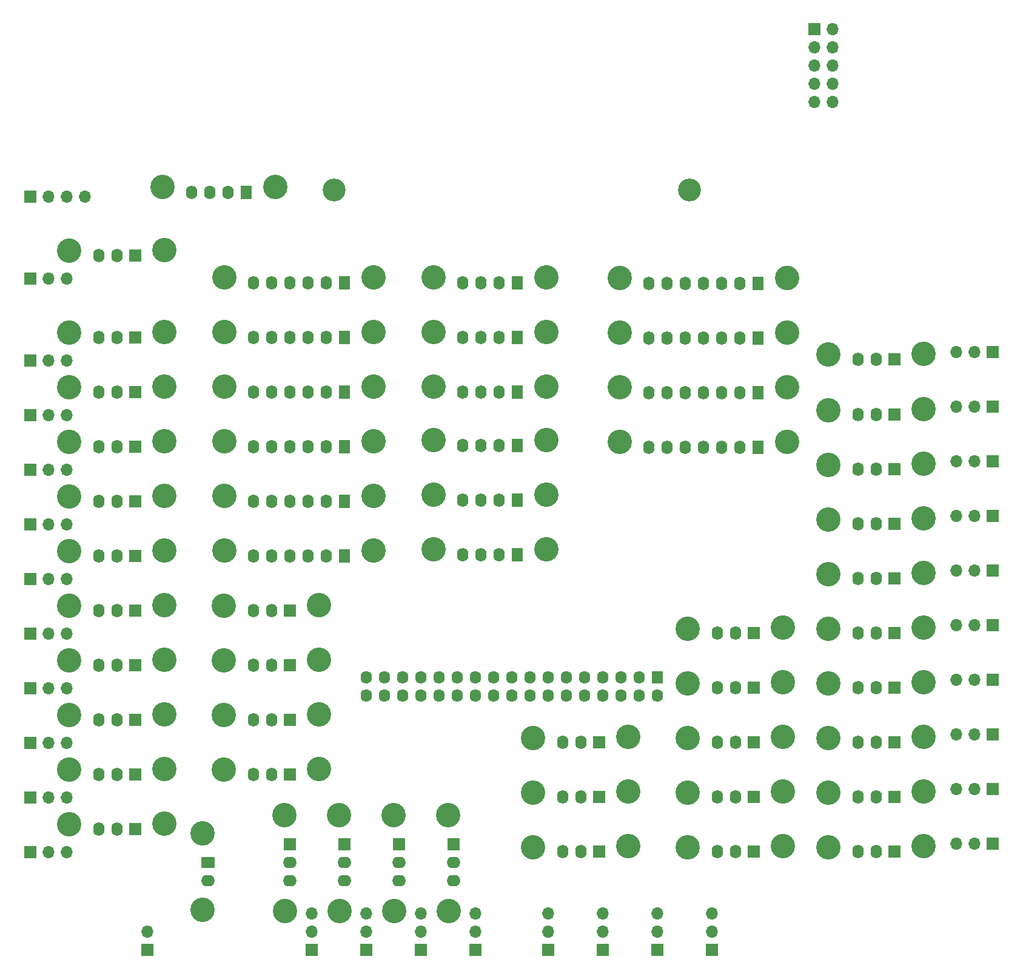
<source format=gbr>
%TF.GenerationSoftware,KiCad,Pcbnew,7.0.10-7.0.10~ubuntu22.04.1*%
%TF.CreationDate,2024-01-21T09:53:33-08:00*%
%TF.ProjectId,RRIB2,52524942-322e-46b6-9963-61645f706362,V1.0*%
%TF.SameCoordinates,PX4fefde0PYc90dba0*%
%TF.FileFunction,Soldermask,Bot*%
%TF.FilePolarity,Negative*%
%FSLAX46Y46*%
G04 Gerber Fmt 4.6, Leading zero omitted, Abs format (unit mm)*
G04 Created by KiCad (PCBNEW 7.0.10-7.0.10~ubuntu22.04.1) date 2024-01-21 09:53:33*
%MOMM*%
%LPD*%
G01*
G04 APERTURE LIST*
%ADD10C,3.403600*%
%ADD11R,1.600200X1.905000*%
%ADD12O,1.600200X1.905000*%
%ADD13R,1.651000X1.778000*%
%ADD14R,1.905000X1.600200*%
%ADD15O,1.905000X1.600200*%
%ADD16R,1.778000X1.651000*%
%ADD17C,3.200000*%
%ADD18R,1.700000X1.700000*%
%ADD19O,1.700000X1.700000*%
%ADD20R,1.600200X1.778000*%
%ADD21O,1.600200X1.778000*%
G04 APERTURE END LIST*
D10*
%TO.C,J79*%
X104775000Y-100965000D03*
X120523000Y-100965000D03*
D11*
X116459000Y-101727000D03*
D12*
X113919000Y-101727000D03*
X111379000Y-101727000D03*
X108839000Y-101727000D03*
%TD*%
D10*
%TO.C,J6*%
X91701000Y-159358000D03*
X105029000Y-159258000D03*
D13*
X100965000Y-160020000D03*
D12*
X98425000Y-160020000D03*
X95885000Y-160020000D03*
%TD*%
D10*
%TO.C,J81*%
X168656000Y-121285000D03*
X192024000Y-121285000D03*
D11*
X187960000Y-122047000D03*
D12*
X185420000Y-122047000D03*
X182880000Y-122047000D03*
X180340000Y-122047000D03*
X177800000Y-122047000D03*
X175260000Y-122047000D03*
X172720000Y-122047000D03*
%TD*%
D10*
%TO.C,J66*%
X197746000Y-193013000D03*
X211074000Y-192913000D03*
D13*
X207010000Y-193675000D03*
D12*
X204470000Y-193675000D03*
X201930000Y-193675000D03*
%TD*%
D10*
%TO.C,J14*%
X126619000Y-182118000D03*
X113291000Y-182218000D03*
D13*
X122555000Y-182880000D03*
D12*
X120015000Y-182880000D03*
X117475000Y-182880000D03*
%TD*%
D10*
%TO.C,J47*%
X191389000Y-185293000D03*
X178061000Y-185393000D03*
D13*
X187325000Y-186055000D03*
D12*
X184785000Y-186055000D03*
X182245000Y-186055000D03*
%TD*%
D10*
%TO.C,J25*%
X158369000Y-113538000D03*
X142621000Y-113538000D03*
D11*
X154305000Y-114300000D03*
D12*
X151765000Y-114300000D03*
X149225000Y-114300000D03*
X146685000Y-114300000D03*
%TD*%
D10*
%TO.C,J12*%
X126619000Y-166878000D03*
X113291000Y-166978000D03*
D13*
X122555000Y-167640000D03*
D12*
X120015000Y-167640000D03*
X117475000Y-167640000D03*
%TD*%
D10*
%TO.C,J83*%
X192024000Y-136525000D03*
X168656000Y-136525000D03*
D11*
X187960000Y-137287000D03*
D12*
X185420000Y-137287000D03*
X182880000Y-137287000D03*
X180340000Y-137287000D03*
X177800000Y-137287000D03*
X175260000Y-137287000D03*
X172720000Y-137287000D03*
%TD*%
D10*
%TO.C,J42*%
X169799000Y-185293000D03*
X156471000Y-185393000D03*
D13*
X165735000Y-186055000D03*
D12*
X163195000Y-186055000D03*
X160655000Y-186055000D03*
%TD*%
D10*
%TO.C,J77*%
X110390000Y-201810000D03*
X110390000Y-191142000D03*
D14*
X111152000Y-195206000D03*
D15*
X111152000Y-197746000D03*
%TD*%
D10*
%TO.C,J60*%
X197746000Y-147293000D03*
X211074000Y-147193000D03*
D13*
X207010000Y-147955000D03*
D12*
X204470000Y-147955000D03*
X201930000Y-147955000D03*
%TD*%
D10*
%TO.C,J35*%
X134239000Y-144018000D03*
X113411000Y-144018000D03*
D11*
X130175000Y-144780000D03*
D12*
X127635000Y-144780000D03*
X125095000Y-144780000D03*
X122555000Y-144780000D03*
X120015000Y-144780000D03*
X117475000Y-144780000D03*
%TD*%
D10*
%TO.C,J45*%
X178061000Y-170153000D03*
X191389000Y-170053000D03*
D13*
X187325000Y-170815000D03*
D12*
X184785000Y-170815000D03*
X182245000Y-170815000D03*
%TD*%
D10*
%TO.C,J57*%
X197746000Y-124306000D03*
X211074000Y-124206000D03*
D13*
X207010000Y-124968000D03*
D12*
X204470000Y-124968000D03*
X201930000Y-124968000D03*
%TD*%
D10*
%TO.C,J58*%
X211074000Y-131953000D03*
X197746000Y-132053000D03*
D13*
X207010000Y-132715000D03*
D12*
X204470000Y-132715000D03*
X201930000Y-132715000D03*
%TD*%
D10*
%TO.C,J27*%
X142621000Y-128778000D03*
X158369000Y-128778000D03*
D11*
X154305000Y-129540000D03*
D12*
X151765000Y-129540000D03*
X149225000Y-129540000D03*
X146685000Y-129540000D03*
%TD*%
D10*
%TO.C,J28*%
X158369000Y-136271000D03*
X142621000Y-136271000D03*
D11*
X154305000Y-137033000D03*
D12*
X151765000Y-137033000D03*
X149225000Y-137033000D03*
X146685000Y-137033000D03*
%TD*%
D10*
%TO.C,J30*%
X158369000Y-151511000D03*
X142621000Y-151511000D03*
D11*
X154305000Y-152273000D03*
D12*
X151765000Y-152273000D03*
X149225000Y-152273000D03*
X146685000Y-152273000D03*
%TD*%
D10*
%TO.C,J40*%
X144680000Y-188602000D03*
X144780000Y-201930000D03*
D16*
X145442000Y-192666000D03*
D15*
X145442000Y-195206000D03*
X145442000Y-197746000D03*
%TD*%
D10*
%TO.C,J44*%
X178061000Y-162533000D03*
X191389000Y-162433000D03*
D13*
X187325000Y-163195000D03*
D12*
X184785000Y-163195000D03*
X182245000Y-163195000D03*
%TD*%
D10*
%TO.C,J10*%
X105029000Y-189738000D03*
X91701000Y-189838000D03*
D13*
X100965000Y-190500000D03*
D12*
X98425000Y-190500000D03*
X95885000Y-190500000D03*
%TD*%
D10*
%TO.C,J78*%
X105029000Y-109728000D03*
X91701000Y-109828000D03*
D13*
X100965000Y-110490000D03*
D12*
X98425000Y-110490000D03*
X95885000Y-110490000D03*
%TD*%
D10*
%TO.C,J63*%
X211074000Y-170053000D03*
X197746000Y-170153000D03*
D13*
X207010000Y-170815000D03*
D12*
X204470000Y-170815000D03*
X201930000Y-170815000D03*
%TD*%
D10*
%TO.C,J32*%
X134239000Y-121158000D03*
X113411000Y-121158000D03*
D11*
X130175000Y-121920000D03*
D12*
X127635000Y-121920000D03*
X125095000Y-121920000D03*
X122555000Y-121920000D03*
X120015000Y-121920000D03*
X117475000Y-121920000D03*
%TD*%
D10*
%TO.C,J13*%
X113291000Y-174598000D03*
X126619000Y-174498000D03*
D13*
X122555000Y-175260000D03*
D12*
X120015000Y-175260000D03*
X117475000Y-175260000D03*
%TD*%
D10*
%TO.C,J61*%
X211074000Y-154813000D03*
X197746000Y-154913000D03*
D13*
X207010000Y-155575000D03*
D12*
X204470000Y-155575000D03*
X201930000Y-155575000D03*
%TD*%
D10*
%TO.C,J1*%
X91701000Y-121258000D03*
X105029000Y-121158000D03*
D13*
X100965000Y-121920000D03*
D12*
X98425000Y-121920000D03*
X95885000Y-121920000D03*
%TD*%
D10*
%TO.C,J3*%
X105029000Y-136398000D03*
X91701000Y-136498000D03*
D13*
X100965000Y-137160000D03*
D12*
X98425000Y-137160000D03*
X95885000Y-137160000D03*
%TD*%
D10*
%TO.C,J41*%
X156471000Y-177773000D03*
X169799000Y-177673000D03*
D13*
X165735000Y-178435000D03*
D12*
X163195000Y-178435000D03*
X160655000Y-178435000D03*
%TD*%
D10*
%TO.C,J39*%
X137060000Y-188602000D03*
X137160000Y-201930000D03*
D16*
X137822000Y-192666000D03*
D15*
X137822000Y-195206000D03*
X137822000Y-197746000D03*
%TD*%
D10*
%TO.C,J8*%
X105029000Y-174498000D03*
X91701000Y-174598000D03*
D13*
X100965000Y-175260000D03*
D12*
X98425000Y-175260000D03*
X95885000Y-175260000D03*
%TD*%
D10*
%TO.C,J43*%
X169799000Y-192913000D03*
X156471000Y-193013000D03*
D13*
X165735000Y-193675000D03*
D12*
X163195000Y-193675000D03*
X160655000Y-193675000D03*
%TD*%
D10*
%TO.C,J36*%
X134239000Y-151638000D03*
X113411000Y-151638000D03*
D11*
X130175000Y-152400000D03*
D12*
X127635000Y-152400000D03*
X125095000Y-152400000D03*
X122555000Y-152400000D03*
X120015000Y-152400000D03*
X117475000Y-152400000D03*
%TD*%
D10*
%TO.C,J31*%
X134239000Y-113538000D03*
X113411000Y-113538000D03*
D11*
X130175000Y-114300000D03*
D12*
X127635000Y-114300000D03*
X125095000Y-114300000D03*
X122555000Y-114300000D03*
X120015000Y-114300000D03*
X117475000Y-114300000D03*
%TD*%
D10*
%TO.C,J82*%
X168656000Y-128905000D03*
X192024000Y-128905000D03*
D11*
X187960000Y-129667000D03*
D12*
X185420000Y-129667000D03*
X182880000Y-129667000D03*
X180340000Y-129667000D03*
X177800000Y-129667000D03*
X175260000Y-129667000D03*
X172720000Y-129667000D03*
%TD*%
D10*
%TO.C,J59*%
X197746000Y-139673000D03*
X211074000Y-139573000D03*
D13*
X207010000Y-140335000D03*
D12*
X204470000Y-140335000D03*
X201930000Y-140335000D03*
%TD*%
D10*
%TO.C,J62*%
X197746000Y-162533000D03*
X211074000Y-162433000D03*
D13*
X207010000Y-163195000D03*
D12*
X204470000Y-163195000D03*
X201930000Y-163195000D03*
%TD*%
D10*
%TO.C,J9*%
X105029000Y-182118000D03*
X91701000Y-182218000D03*
D13*
X100965000Y-182880000D03*
D12*
X98425000Y-182880000D03*
X95885000Y-182880000D03*
%TD*%
D10*
%TO.C,J34*%
X134239000Y-136398000D03*
X113411000Y-136398000D03*
D11*
X130175000Y-137160000D03*
D12*
X127635000Y-137160000D03*
X125095000Y-137160000D03*
X122555000Y-137160000D03*
X120015000Y-137160000D03*
X117475000Y-137160000D03*
%TD*%
D10*
%TO.C,J46*%
X178061000Y-177773000D03*
X191389000Y-177673000D03*
D13*
X187325000Y-178435000D03*
D12*
X184785000Y-178435000D03*
X182245000Y-178435000D03*
%TD*%
D10*
%TO.C,J37*%
X121920000Y-201930000D03*
X121820000Y-188602000D03*
D16*
X122582000Y-192666000D03*
D15*
X122582000Y-195206000D03*
X122582000Y-197746000D03*
%TD*%
D17*
%TO.C,H2*%
X178333400Y-101358700D03*
%TD*%
D10*
%TO.C,J65*%
X211074000Y-185293000D03*
X197746000Y-185393000D03*
D13*
X207010000Y-186055000D03*
D12*
X204470000Y-186055000D03*
X201930000Y-186055000D03*
%TD*%
D10*
%TO.C,J2*%
X91701000Y-128878000D03*
X105029000Y-128778000D03*
D13*
X100965000Y-129540000D03*
D12*
X98425000Y-129540000D03*
X95885000Y-129540000D03*
%TD*%
D10*
%TO.C,J80*%
X192024000Y-113665000D03*
X168656000Y-113665000D03*
D11*
X187960000Y-114427000D03*
D12*
X185420000Y-114427000D03*
X182880000Y-114427000D03*
X180340000Y-114427000D03*
X177800000Y-114427000D03*
X175260000Y-114427000D03*
X172720000Y-114427000D03*
%TD*%
D10*
%TO.C,J64*%
X211074000Y-177673000D03*
X197746000Y-177773000D03*
D13*
X207010000Y-178435000D03*
D12*
X204470000Y-178435000D03*
X201930000Y-178435000D03*
%TD*%
D17*
%TO.C,H1*%
X128701800Y-101358700D03*
%TD*%
D10*
%TO.C,J26*%
X142621000Y-121158000D03*
X158369000Y-121158000D03*
D11*
X154305000Y-121920000D03*
D12*
X151765000Y-121920000D03*
X149225000Y-121920000D03*
X146685000Y-121920000D03*
%TD*%
D10*
%TO.C,J4*%
X91701000Y-144118000D03*
X105029000Y-144018000D03*
D13*
X100965000Y-144780000D03*
D12*
X98425000Y-144780000D03*
X95885000Y-144780000D03*
%TD*%
D10*
%TO.C,J11*%
X113291000Y-159358000D03*
X126619000Y-159258000D03*
D13*
X122555000Y-160020000D03*
D12*
X120015000Y-160020000D03*
X117475000Y-160020000D03*
%TD*%
D10*
%TO.C,J7*%
X91701000Y-166978000D03*
X105029000Y-166878000D03*
D13*
X100965000Y-167640000D03*
D12*
X98425000Y-167640000D03*
X95885000Y-167640000D03*
%TD*%
D10*
%TO.C,J5*%
X91701000Y-151738000D03*
X105029000Y-151638000D03*
D13*
X100965000Y-152400000D03*
D12*
X98425000Y-152400000D03*
X95885000Y-152400000D03*
%TD*%
D10*
%TO.C,J38*%
X129440000Y-188602000D03*
X129540000Y-201930000D03*
D16*
X130202000Y-192666000D03*
D15*
X130202000Y-195206000D03*
X130202000Y-197746000D03*
%TD*%
D10*
%TO.C,J29*%
X158369000Y-143891000D03*
X142621000Y-143891000D03*
D11*
X154305000Y-144653000D03*
D12*
X151765000Y-144653000D03*
X149225000Y-144653000D03*
X146685000Y-144653000D03*
%TD*%
D10*
%TO.C,J48*%
X191389000Y-192913000D03*
X178061000Y-193013000D03*
D13*
X187325000Y-193675000D03*
D12*
X184785000Y-193675000D03*
X182245000Y-193675000D03*
%TD*%
D10*
%TO.C,J33*%
X113411000Y-128778000D03*
X134239000Y-128778000D03*
D11*
X130175000Y-129540000D03*
D12*
X127635000Y-129540000D03*
X125095000Y-129540000D03*
X122555000Y-129540000D03*
X120015000Y-129540000D03*
X117475000Y-129540000D03*
%TD*%
D18*
%TO.C,J69*%
X220698060Y-139240260D03*
D19*
X218158060Y-139240260D03*
X215618060Y-139240260D03*
%TD*%
D18*
%TO.C,J52*%
X148442680Y-207324960D03*
D19*
X148442680Y-204784960D03*
X148442680Y-202244960D03*
%TD*%
D18*
%TO.C,J18*%
X86337140Y-147977860D03*
D19*
X88877140Y-147977860D03*
X91417140Y-147977860D03*
%TD*%
D18*
%TO.C,J17*%
X86337140Y-140357860D03*
D19*
X88877140Y-140357860D03*
X91417140Y-140357860D03*
%TD*%
D18*
%TO.C,J19*%
X86337140Y-155597860D03*
D19*
X88877140Y-155597860D03*
X91417140Y-155597860D03*
%TD*%
D18*
%TO.C,J73*%
X220698060Y-169720260D03*
D19*
X218158060Y-169720260D03*
X215618060Y-169720260D03*
%TD*%
D18*
%TO.C,J76*%
X220698060Y-192580260D03*
D19*
X218158060Y-192580260D03*
X215618060Y-192580260D03*
%TD*%
D18*
%TO.C,J23*%
X86337140Y-186077860D03*
D19*
X88877140Y-186077860D03*
X91417140Y-186077860D03*
%TD*%
D18*
%TO.C,J74*%
X220698060Y-177340260D03*
D19*
X218158060Y-177340260D03*
X215618060Y-177340260D03*
%TD*%
D18*
%TO.C,J70*%
X220698060Y-146860260D03*
D19*
X218158060Y-146860260D03*
X215618060Y-146860260D03*
%TD*%
D18*
%TO.C,J56*%
X181449980Y-207324960D03*
D19*
X181449980Y-204784960D03*
X181449980Y-202244960D03*
%TD*%
D18*
%TO.C,J71*%
X220698060Y-154480260D03*
D19*
X218158060Y-154480260D03*
X215618060Y-154480260D03*
%TD*%
D18*
%TO.C,J67*%
X220698060Y-124000260D03*
D19*
X218158060Y-124000260D03*
X215618060Y-124000260D03*
%TD*%
D18*
%TO.C,J55*%
X173829980Y-207324960D03*
D19*
X173829980Y-204784960D03*
X173829980Y-202244960D03*
%TD*%
D18*
%TO.C,J54*%
X166209980Y-207324960D03*
D19*
X166209980Y-204784960D03*
X166209980Y-202244960D03*
%TD*%
D18*
%TO.C,J51*%
X140822680Y-207324960D03*
D19*
X140822680Y-204784960D03*
X140822680Y-202244960D03*
%TD*%
D18*
%TO.C,J68*%
X220698060Y-131620260D03*
D19*
X218158060Y-131620260D03*
X215618060Y-131620260D03*
%TD*%
D20*
%TO.C,J87*%
X173837600Y-169367200D03*
D21*
X173837600Y-171907200D03*
X171297600Y-169367200D03*
X171297600Y-171907200D03*
X168757600Y-169367200D03*
X168757600Y-171907200D03*
X166217600Y-169367200D03*
X166217600Y-171907200D03*
X163677600Y-169367200D03*
X163677600Y-171907200D03*
X161137600Y-169367200D03*
X161137600Y-171907200D03*
X158597600Y-169367200D03*
X158597600Y-171907200D03*
X156057600Y-169367200D03*
X156057600Y-171907200D03*
X153517600Y-169367200D03*
X153517600Y-171907200D03*
X150977600Y-169367200D03*
X150977600Y-171907200D03*
X148437600Y-169367200D03*
X148437600Y-171907200D03*
X145897600Y-169367200D03*
X145897600Y-171907200D03*
X143357600Y-169367200D03*
X143357600Y-171907200D03*
X140817600Y-169367200D03*
X140817600Y-171907200D03*
X138277600Y-169367200D03*
X138277600Y-171907200D03*
X135737600Y-169367200D03*
X135737600Y-171907200D03*
X133197600Y-169367200D03*
X133197600Y-171907200D03*
%TD*%
D18*
%TO.C,J15*%
X86337140Y-125117860D03*
D19*
X88877140Y-125117860D03*
X91417140Y-125117860D03*
%TD*%
D18*
%TO.C,J85*%
X86337140Y-113687860D03*
D19*
X88877140Y-113687860D03*
X91417140Y-113687860D03*
%TD*%
D18*
%TO.C,J53*%
X158589980Y-207324960D03*
D19*
X158589980Y-204784960D03*
X158589980Y-202244960D03*
%TD*%
D18*
%TO.C,J20*%
X86337140Y-163217860D03*
D19*
X88877140Y-163217860D03*
X91417140Y-163217860D03*
%TD*%
D18*
%TO.C,J75*%
X220698060Y-184960260D03*
D19*
X218158060Y-184960260D03*
X215618060Y-184960260D03*
%TD*%
D18*
%TO.C,J86*%
X86337140Y-102257860D03*
D19*
X88877140Y-102257860D03*
X91417140Y-102257860D03*
X93957140Y-102257860D03*
%TD*%
D18*
%TO.C,J84*%
X102699820Y-207324960D03*
D19*
X102699820Y-204784960D03*
%TD*%
D18*
%TO.C,J21*%
X86337140Y-170837860D03*
D19*
X88877140Y-170837860D03*
X91417140Y-170837860D03*
%TD*%
D18*
%TO.C,J50*%
X133202680Y-207324960D03*
D19*
X133202680Y-204784960D03*
X133202680Y-202244960D03*
%TD*%
D18*
%TO.C,J24*%
X86337140Y-193697860D03*
D19*
X88877140Y-193697860D03*
X91417140Y-193697860D03*
%TD*%
D18*
%TO.C,J16*%
X86337140Y-132737860D03*
D19*
X88877140Y-132737860D03*
X91417140Y-132737860D03*
%TD*%
D18*
%TO.C,J88*%
X195808600Y-78930500D03*
D19*
X198348600Y-78930500D03*
X195808600Y-81470500D03*
X198348600Y-81470500D03*
X195808600Y-84010500D03*
X198348600Y-84010500D03*
X195808600Y-86550500D03*
X198348600Y-86550500D03*
X195808600Y-89090500D03*
X198348600Y-89090500D03*
%TD*%
D18*
%TO.C,J49*%
X125582680Y-207324960D03*
D19*
X125582680Y-204784960D03*
X125582680Y-202244960D03*
%TD*%
D18*
%TO.C,J72*%
X220698060Y-162100260D03*
D19*
X218158060Y-162100260D03*
X215618060Y-162100260D03*
%TD*%
D18*
%TO.C,J22*%
X86337140Y-178457860D03*
D19*
X88877140Y-178457860D03*
X91417140Y-178457860D03*
%TD*%
M02*

</source>
